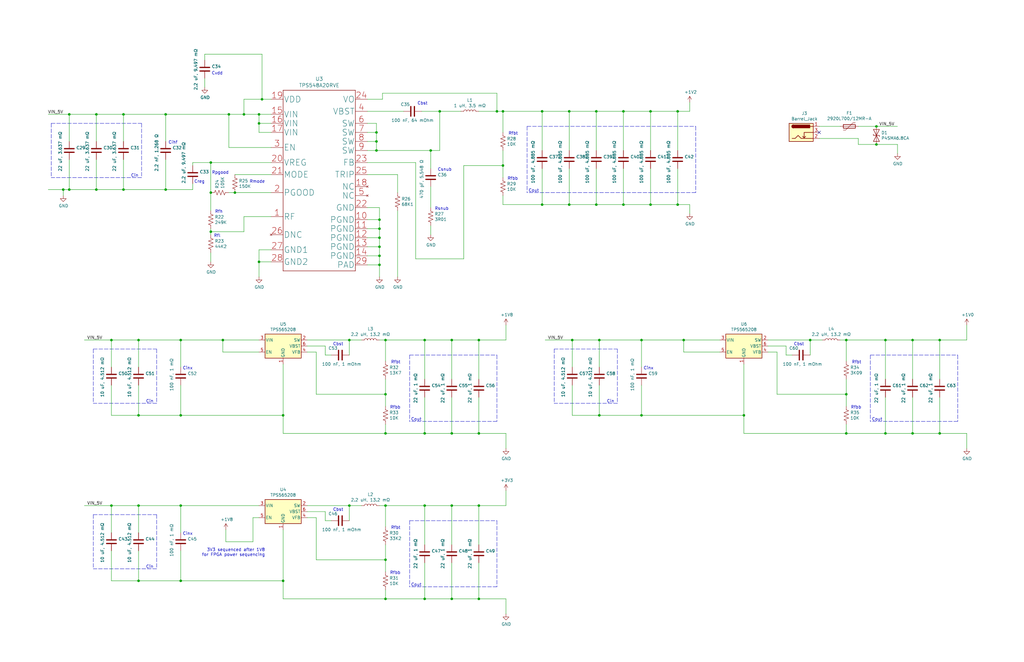
<source format=kicad_sch>
(kicad_sch (version 20200608) (host eeschema "5.99.0-unknown-1973153~101~ubuntu20.04.1")
  (page 12 12)
  (paper "B")
  (lib_symbols
    (symbol "Connector:Barrel_Jack_Switch" (pin_names (offset 0.508) hide)
      (property "Reference" "J" (at 0 5.334 0))
      (property "Value" "Barrel_Jack_Switch" (at 0 -5.08 0))
      (symbol "Barrel_Jack_Switch_0_1"
        (arc (start -3.302 3.175) (end -3.302 1.905) (radius (at -3.302 2.54) (length 0.635) (angles 90.1 -90.1)) (stroke (width 0.254)) (fill (type outline)))
        (arc (start -3.302 3.175) (end -3.302 1.905) (radius (at -3.302 2.54) (length 0.635) (angles 90.1 -90.1)) (stroke (width 0.254)))
        (rectangle (start -5.08 3.81) (end 5.08 -3.81) (stroke (width 0.254)) (fill (type background)))
        (rectangle (start 3.683 3.175) (end -3.302 1.905) (stroke (width 0.254)) (fill (type outline)))
        (polyline (pts (xy 1.27 -2.286) (xy 1.905 -1.651)) (stroke (width 0.254)))
        (polyline (pts (xy 5.08 2.54) (xy 3.81 2.54)) (stroke (width 0.254)))
        (polyline (pts (xy 5.08 0) (xy 1.27 0) (xy 1.27 -2.286) (xy 0.635 -1.651)) (stroke (width 0.254)))
        (polyline (pts (xy -3.81 -2.54) (xy -2.54 -2.54) (xy -1.27 -1.27) (xy 0 -2.54) (xy 2.54 -2.54) (xy 5.08 -2.54)) (stroke (width 0.254)))
      )
      (symbol "Barrel_Jack_Switch_1_1"
        (pin passive line (at 7.62 2.54 180) (length 2.54) (name "~") (number "1"))
        (pin passive line (at 7.62 -2.54 180) (length 2.54) (name "~") (number "2"))
        (pin passive line (at 7.62 0 180) (length 2.54) (name "~") (number "3"))
      )
    )
    (symbol "Device:C" (pin_numbers hide) (pin_names (offset 0.254))
      (property "Reference" "C" (at 0.635 2.54 0))
      (property "Value" "C" (at 0.635 -2.54 0))
      (symbol "C_0_1"
        (polyline (pts (xy -2.032 -0.762) (xy 2.032 -0.762)) (stroke (width 0.508)))
        (polyline (pts (xy -2.032 0.762) (xy 2.032 0.762)) (stroke (width 0.508)))
      )
      (symbol "C_1_1"
        (pin passive line (at 0 3.81 270) (length 2.794) (name "~") (number "1"))
        (pin passive line (at 0 -3.81 90) (length 2.794) (name "~") (number "2"))
      )
    )
    (symbol "Device:D_TVS" (pin_numbers hide) (pin_names hide)
      (property "Reference" "D" (at 0 2.54 0))
      (property "Value" "D_TVS" (at 0 -2.54 0))
      (symbol "D_TVS_0_1"
        (polyline (pts (xy 1.27 0) (xy -1.27 0)))
        (polyline (pts (xy -2.54 -1.27) (xy 0 0) (xy -2.54 1.27) (xy -2.54 -1.27)) (stroke (width 0.2032)))
        (polyline (pts (xy 0.508 1.27) (xy 0 1.27) (xy 0 -1.27) (xy -0.508 -1.27)) (stroke (width 0.2032)))
        (polyline (pts (xy 2.54 1.27) (xy 2.54 -1.27) (xy 0 0) (xy 2.54 1.27)) (stroke (width 0.2032)))
      )
      (symbol "D_TVS_1_1"
        (pin passive line (at -3.81 0 0) (length 2.54) (name "A1") (number "1"))
        (pin passive line (at 3.81 0 180) (length 2.54) (name "A2") (number "2"))
      )
    )
    (symbol "Device:L" (pin_numbers hide) (pin_names hide)
      (property "Reference" "L" (at -1.27 0 90))
      (property "Value" "L" (at 1.905 0 90))
      (symbol "L_0_1"
        (arc (start 0 -2.54) (end 0 -1.27) (radius (at 0 -1.905) (length 0.635) (angles -89.9 89.9)))
        (arc (start 0 -1.27) (end 0 0) (radius (at 0 -0.635) (length 0.635) (angles -89.9 89.9)))
        (arc (start 0 0) (end 0 1.27) (radius (at 0 0.635) (length 0.635) (angles -89.9 89.9)))
        (arc (start 0 1.27) (end 0 2.54) (radius (at 0 1.905) (length 0.635) (angles -89.9 89.9)))
      )
      (symbol "L_1_1"
        (pin passive line (at 0 3.81 270) (length 1.27) (name "1") (number "1"))
        (pin passive line (at 0 -3.81 90) (length 1.27) (name "2") (number "2"))
      )
    )
    (symbol "Device:Polyfuse" (pin_numbers hide) (pin_names (offset 0))
      (property "Reference" "F" (at -2.54 0 90))
      (property "Value" "Polyfuse" (at 2.54 0 90))
      (symbol "Polyfuse_0_1"
        (rectangle (start -0.762 2.54) (end 0.762 -2.54) (stroke (width 0.254)))
        (polyline (pts (xy 0 2.54) (xy 0 -2.54)))
        (polyline (pts (xy -1.524 2.54) (xy -1.524 1.524) (xy 1.524 -1.524) (xy 1.524 -2.54)))
      )
      (symbol "Polyfuse_1_1"
        (pin passive line (at 0 3.81 270) (length 1.27) (name "~") (number "1"))
        (pin passive line (at 0 -3.81 90) (length 1.27) (name "~") (number "2"))
      )
    )
    (symbol "Device:R_US" (pin_numbers hide) (pin_names (offset 0))
      (property "Reference" "R" (at 2.54 0 90))
      (property "Value" "R_US" (at -2.54 0 90))
      (symbol "R_US_0_1"
        (polyline (pts (xy 0 -2.286) (xy 0 -2.54)))
        (polyline (pts (xy 0 2.286) (xy 0 2.54)))
        (polyline (pts (xy 0 -0.762) (xy 1.016 -1.143) (xy 0 -1.524) (xy -1.016 -1.905) (xy 0 -2.286)))
        (polyline (pts (xy 0 0.762) (xy 1.016 0.381) (xy 0 0) (xy -1.016 -0.381) (xy 0 -0.762)))
        (polyline (pts (xy 0 2.286) (xy 1.016 1.905) (xy 0 1.524) (xy -1.016 1.143) (xy 0 0.762)))
      )
      (symbol "R_US_1_1"
        (pin passive line (at 0 3.81 270) (length 1.27) (name "~") (number "1"))
        (pin passive line (at 0 -3.81 90) (length 1.27) (name "~") (number "2"))
      )
    )
    (symbol "L1Switch:TPS548A20RVE" (pin_names (offset 0.254))
      (property "Reference" "U" (at 0 2.54 0))
      (property "Value" "TPS548A20RVE" (at 0 0 0))
      (symbol "TPS548A20RVE_0_0"
        (polyline (pts (xy -15.24 -38.1) (xy 15.24 -38.1)) (stroke (width 0.2032)))
        (polyline (pts (xy -15.24 38.1) (xy -15.24 -38.1)) (stroke (width 0.2032)))
        (polyline (pts (xy 15.24 -38.1) (xy 15.24 38.1)) (stroke (width 0.2032)))
        (polyline (pts (xy 15.24 38.1) (xy -15.24 38.1)) (stroke (width 0.2032)))
      )
      (symbol "TPS548A20RVE_1_0"
        (pin input line (at -20.32 -15.24 0) (length 5.08) (name "RF") (number "1"))
        (pin power_in line (at 20.32 -16.51 180) (length 5.08) (name "PGND") (number "10"))
        (pin power_in line (at 20.32 -20.32 180) (length 5.08) (name "PGND") (number "11"))
        (pin power_in line (at 20.32 -24.13 180) (length 5.08) (name "PGND") (number "12"))
        (pin power_in line (at 20.32 -27.94 180) (length 5.08) (name "PGND") (number "13"))
        (pin power_in line (at 20.32 -31.75 180) (length 5.08) (name "PGND") (number "14"))
        (pin power_in line (at -20.32 27.94 0) (length 5.08) (name "VIN") (number "15"))
        (pin power_in line (at -20.32 24.13 0) (length 5.08) (name "VIN") (number "16"))
        (pin power_in line (at -20.32 20.32 0) (length 5.08) (name "VIN") (number "17"))
        (pin unconnected line (at 20.32 -2.54 180) (length 5.08) (name "NC") (number "18"))
        (pin power_in line (at -20.32 34.29 0) (length 5.08) (name "VDD") (number "19"))
        (pin output line (at -20.32 -5.08 0) (length 5.08) (name "PGOOD") (number "2"))
        (pin output line (at -20.32 7.62 0) (length 5.08) (name "VREG") (number "20"))
        (pin input line (at -20.32 2.54 0) (length 5.08) (name "MODE") (number "21"))
        (pin power_in line (at 20.32 -11.43 180) (length 5.08) (name "GND") (number "22"))
        (pin input line (at 20.32 7.62 180) (length 5.08) (name "FB") (number "23"))
        (pin input line (at 20.32 34.29 180) (length 5.08) (name "VO") (number "24"))
        (pin bidirectional line (at 20.32 2.54 180) (length 5.08) (name "TRIP") (number "25"))
        (pin unconnected line (at -20.32 -22.86 0) (length 5.08) (name "DNC") (number "26"))
        (pin power_in line (at -20.32 -29.21 0) (length 5.08) (name "GND1") (number "27"))
        (pin power_in line (at -20.32 -34.29 0) (length 5.08) (name "GND2") (number "28"))
        (pin power_in line (at 20.32 -35.56 180) (length 5.08) (name "PAD") (number "29"))
        (pin input line (at -20.32 13.97 0) (length 5.08) (name "EN") (number "3"))
        (pin bidirectional line (at 20.32 29.21 180) (length 5.08) (name "VBST") (number "4"))
        (pin unconnected line (at 20.32 -6.35 180) (length 5.08) (name "NC") (number "5"))
        (pin bidirectional line (at 20.32 24.13 180) (length 5.08) (name "SW") (number "6"))
        (pin bidirectional line (at 20.32 20.32 180) (length 5.08) (name "SW") (number "7"))
        (pin bidirectional line (at 20.32 16.51 180) (length 5.08) (name "SW") (number "8"))
        (pin bidirectional line (at 20.32 12.7 180) (length 5.08) (name "SW") (number "9"))
      )
    )
    (symbol "Regulator_Switching:TPS565208" (pin_names (offset 0.254))
      (property "Reference" "U" (at -7.62 6.35 0))
      (property "Value" "TPS565208" (at -2.54 6.35 0))
      (symbol "TPS565208_0_1"
        (rectangle (start -7.62 5.08) (end 7.62 -5.08) (stroke (width 0.254)) (fill (type background)))
      )
      (symbol "TPS565208_1_1"
        (pin power_in line (at 0 -7.62 90) (length 2.54) (name "GND") (number "1"))
        (pin output line (at 10.16 2.54 180) (length 2.54) (name "SW") (number "2"))
        (pin power_in line (at -10.16 2.54 0) (length 2.54) (name "VIN") (number "3"))
        (pin input line (at 10.16 -2.54 180) (length 2.54) (name "VFB") (number "4"))
        (pin input line (at -10.16 -2.54 0) (length 2.54) (name "EN") (number "5"))
        (pin input line (at 10.16 0 180) (length 2.54) (name "VBST") (number "6"))
      )
    )
    (symbol "power:+1V0" (power) (pin_names (offset 0))
      (property "Value" "+1V0" (at 0 3.556 0))
      (symbol "+1V0_0_1"
        (polyline (pts (xy -0.762 1.27) (xy 0 2.54)))
        (polyline (pts (xy 0 0) (xy 0 2.54)))
        (polyline (pts (xy 0 2.54) (xy 0.762 1.27)))
      )
      (symbol "+1V0_1_1"
        (pin power_in line (at 0 0 90) (length 0) hide (name "+1V0") (number "1"))
      )
    )
    (symbol "power:+1V2" (power) (pin_names (offset 0))
      (property "Value" "+1V2" (at 0 3.556 0))
      (symbol "+1V2_0_1"
        (polyline (pts (xy -0.762 1.27) (xy 0 2.54)))
        (polyline (pts (xy 0 0) (xy 0 2.54)))
        (polyline (pts (xy 0 2.54) (xy 0.762 1.27)))
      )
      (symbol "+1V2_1_1"
        (pin power_in line (at 0 0 90) (length 0) hide (name "+1V2") (number "1"))
      )
    )
    (symbol "power:+1V8" (power) (pin_names (offset 0))
      (property "Value" "+1V8" (at 0 3.556 0))
      (symbol "+1V8_0_1"
        (polyline (pts (xy -0.762 1.27) (xy 0 2.54)))
        (polyline (pts (xy 0 0) (xy 0 2.54)))
        (polyline (pts (xy 0 2.54) (xy 0.762 1.27)))
      )
      (symbol "+1V8_1_1"
        (pin power_in line (at 0 0 90) (length 0) hide (name "+1V8") (number "1"))
      )
    )
    (symbol "power:+3V3" (power) (pin_names (offset 0))
      (property "Value" "+3V3" (at 0 3.556 0))
      (symbol "+3V3_0_1"
        (polyline (pts (xy -0.762 1.27) (xy 0 2.54)))
        (polyline (pts (xy 0 0) (xy 0 2.54)))
        (polyline (pts (xy 0 2.54) (xy 0.762 1.27)))
      )
      (symbol "+3V3_1_1"
        (pin power_in line (at 0 0 90) (length 0) hide (name "+3V3") (number "1"))
      )
    )
    (symbol "power:GND" (power) (pin_names (offset 0))
      (property "Value" "GND" (at 0 -3.81 0))
      (symbol "GND_0_1"
        (polyline (pts (xy 0 0) (xy 0 -1.27) (xy 1.27 -1.27) (xy 0 -2.54) (xy -1.27 -1.27) (xy 0 -1.27)))
      )
      (symbol "GND_1_1"
        (pin power_in line (at 0 0 270) (length 0) hide (name "GND") (number "1"))
      )
    )
  )
  (junction (at 26.67 80.01))
  (junction (at 29.21 48.26))
  (junction (at 29.21 80.01))
  (junction (at 40.64 48.26))
  (junction (at 40.64 80.01))
  (junction (at 46.99 143.51))
  (junction (at 46.99 213.36))
  (junction (at 52.07 48.26))
  (junction (at 52.07 80.01))
  (junction (at 58.42 143.51))
  (junction (at 58.42 175.26))
  (junction (at 58.42 213.36))
  (junction (at 58.42 245.11))
  (junction (at 69.85 48.26))
  (junction (at 69.85 80.01))
  (junction (at 76.2 143.51))
  (junction (at 76.2 175.26))
  (junction (at 76.2 213.36))
  (junction (at 76.2 245.11))
  (junction (at 88.9 68.58))
  (junction (at 88.9 81.28))
  (junction (at 88.9 97.79))
  (junction (at 93.98 143.51))
  (junction (at 96.52 48.26))
  (junction (at 99.06 81.28))
  (junction (at 102.87 48.26))
  (junction (at 109.22 48.26))
  (junction (at 109.22 52.07))
  (junction (at 109.22 110.49))
  (junction (at 110.49 41.91))
  (junction (at 119.38 175.26))
  (junction (at 119.38 245.11))
  (junction (at 147.32 143.51))
  (junction (at 147.32 213.36))
  (junction (at 158.75 55.88))
  (junction (at 158.75 59.69))
  (junction (at 158.75 63.5))
  (junction (at 160.02 92.71))
  (junction (at 160.02 96.52))
  (junction (at 160.02 100.33))
  (junction (at 160.02 104.14))
  (junction (at 160.02 107.95))
  (junction (at 160.02 111.76))
  (junction (at 162.56 143.51))
  (junction (at 162.56 166.37))
  (junction (at 162.56 182.88))
  (junction (at 162.56 213.36))
  (junction (at 162.56 236.22))
  (junction (at 162.56 252.73))
  (junction (at 179.07 143.51))
  (junction (at 179.07 182.88))
  (junction (at 179.07 213.36))
  (junction (at 179.07 252.73))
  (junction (at 181.61 63.5))
  (junction (at 185.42 46.99))
  (junction (at 190.5 143.51))
  (junction (at 190.5 182.88))
  (junction (at 190.5 213.36))
  (junction (at 190.5 252.73))
  (junction (at 201.93 143.51))
  (junction (at 201.93 182.88))
  (junction (at 201.93 213.36))
  (junction (at 201.93 252.73))
  (junction (at 209.55 46.99))
  (junction (at 212.09 46.99))
  (junction (at 212.09 69.85))
  (junction (at 228.6 46.99))
  (junction (at 228.6 86.36))
  (junction (at 240.03 46.99))
  (junction (at 240.03 86.36))
  (junction (at 241.3 143.51))
  (junction (at 251.46 46.99))
  (junction (at 251.46 86.36))
  (junction (at 252.73 143.51))
  (junction (at 252.73 175.26))
  (junction (at 262.89 46.99))
  (junction (at 262.89 86.36))
  (junction (at 270.51 143.51))
  (junction (at 270.51 175.26))
  (junction (at 274.32 46.99))
  (junction (at 274.32 86.36))
  (junction (at 285.75 46.99))
  (junction (at 285.75 86.36))
  (junction (at 288.29 143.51))
  (junction (at 313.69 175.26))
  (junction (at 341.63 143.51))
  (junction (at 356.87 143.51))
  (junction (at 356.87 166.37))
  (junction (at 356.87 182.88))
  (junction (at 369.57 53.34))
  (junction (at 369.57 60.96))
  (junction (at 373.38 143.51))
  (junction (at 373.38 182.88))
  (junction (at 384.81 143.51))
  (junction (at 384.81 182.88))
  (junction (at 396.24 143.51))
  (junction (at 396.24 182.88))
  (no_connect (at 345.44 55.88))
  (wire (pts (xy 20.32 48.26) (xy 29.21 48.26)))
  (wire (pts (xy 20.32 80.01) (xy 26.67 80.01)))
  (wire (pts (xy 26.67 80.01) (xy 26.67 82.55)))
  (wire (pts (xy 26.67 80.01) (xy 29.21 80.01)))
  (wire (pts (xy 29.21 48.26) (xy 29.21 59.69)))
  (wire (pts (xy 29.21 48.26) (xy 40.64 48.26)))
  (wire (pts (xy 29.21 67.31) (xy 29.21 80.01)))
  (wire (pts (xy 29.21 80.01) (xy 40.64 80.01)))
  (wire (pts (xy 35.56 143.51) (xy 46.99 143.51)))
  (wire (pts (xy 35.56 213.36) (xy 46.99 213.36)))
  (wire (pts (xy 40.64 48.26) (xy 40.64 59.69)))
  (wire (pts (xy 40.64 48.26) (xy 52.07 48.26)))
  (wire (pts (xy 40.64 67.31) (xy 40.64 80.01)))
  (wire (pts (xy 40.64 80.01) (xy 52.07 80.01)))
  (wire (pts (xy 46.99 143.51) (xy 46.99 154.94)))
  (wire (pts (xy 46.99 143.51) (xy 58.42 143.51)))
  (wire (pts (xy 46.99 162.56) (xy 46.99 175.26)))
  (wire (pts (xy 46.99 175.26) (xy 58.42 175.26)))
  (wire (pts (xy 46.99 213.36) (xy 46.99 224.79)))
  (wire (pts (xy 46.99 213.36) (xy 58.42 213.36)))
  (wire (pts (xy 46.99 232.41) (xy 46.99 245.11)))
  (wire (pts (xy 46.99 245.11) (xy 58.42 245.11)))
  (wire (pts (xy 52.07 48.26) (xy 52.07 59.69)))
  (wire (pts (xy 52.07 48.26) (xy 69.85 48.26)))
  (wire (pts (xy 52.07 67.31) (xy 52.07 80.01)))
  (wire (pts (xy 52.07 80.01) (xy 69.85 80.01)))
  (wire (pts (xy 58.42 143.51) (xy 58.42 154.94)))
  (wire (pts (xy 58.42 143.51) (xy 76.2 143.51)))
  (wire (pts (xy 58.42 162.56) (xy 58.42 175.26)))
  (wire (pts (xy 58.42 175.26) (xy 76.2 175.26)))
  (wire (pts (xy 58.42 213.36) (xy 58.42 224.79)))
  (wire (pts (xy 58.42 213.36) (xy 76.2 213.36)))
  (wire (pts (xy 58.42 232.41) (xy 58.42 245.11)))
  (wire (pts (xy 58.42 245.11) (xy 76.2 245.11)))
  (wire (pts (xy 69.85 48.26) (xy 69.85 59.69)))
  (wire (pts (xy 69.85 48.26) (xy 96.52 48.26)))
  (wire (pts (xy 69.85 67.31) (xy 69.85 80.01)))
  (wire (pts (xy 69.85 80.01) (xy 81.28 80.01)))
  (wire (pts (xy 76.2 143.51) (xy 76.2 154.94)))
  (wire (pts (xy 76.2 143.51) (xy 93.98 143.51)))
  (wire (pts (xy 76.2 162.56) (xy 76.2 175.26)))
  (wire (pts (xy 76.2 175.26) (xy 119.38 175.26)))
  (wire (pts (xy 76.2 213.36) (xy 76.2 224.79)))
  (wire (pts (xy 76.2 213.36) (xy 109.22 213.36)))
  (wire (pts (xy 76.2 232.41) (xy 76.2 245.11)))
  (wire (pts (xy 76.2 245.11) (xy 119.38 245.11)))
  (wire (pts (xy 81.28 68.58) (xy 81.28 69.85)))
  (wire (pts (xy 81.28 77.47) (xy 81.28 80.01)))
  (wire (pts (xy 86.36 22.86) (xy 110.49 22.86)))
  (wire (pts (xy 86.36 25.4) (xy 86.36 22.86)))
  (wire (pts (xy 86.36 33.02) (xy 86.36 36.83)))
  (wire (pts (xy 88.9 68.58) (xy 81.28 68.58)))
  (wire (pts (xy 88.9 68.58) (xy 88.9 81.28)))
  (wire (pts (xy 88.9 81.28) (xy 88.9 88.9)))
  (wire (pts (xy 88.9 96.52) (xy 88.9 97.79)))
  (wire (pts (xy 88.9 97.79) (xy 88.9 99.06)))
  (wire (pts (xy 88.9 106.68) (xy 88.9 110.49)))
  (wire (pts (xy 93.98 143.51) (xy 93.98 148.59)))
  (wire (pts (xy 93.98 143.51) (xy 109.22 143.51)))
  (wire (pts (xy 93.98 148.59) (xy 109.22 148.59)))
  (wire (pts (xy 95.25 223.52) (xy 95.25 228.6)))
  (wire (pts (xy 96.52 48.26) (xy 96.52 62.23)))
  (wire (pts (xy 96.52 48.26) (xy 102.87 48.26)))
  (wire (pts (xy 96.52 62.23) (xy 114.3 62.23)))
  (wire (pts (xy 96.52 81.28) (xy 99.06 81.28)))
  (wire (pts (xy 99.06 81.28) (xy 114.3 81.28)))
  (wire (pts (xy 102.87 41.91) (xy 102.87 48.26)))
  (wire (pts (xy 102.87 48.26) (xy 109.22 48.26)))
  (wire (pts (xy 102.87 91.44) (xy 102.87 97.79)))
  (wire (pts (xy 102.87 97.79) (xy 88.9 97.79)))
  (wire (pts (xy 106.68 218.44) (xy 106.68 228.6)))
  (wire (pts (xy 106.68 228.6) (xy 95.25 228.6)))
  (wire (pts (xy 109.22 48.26) (xy 114.3 48.26)))
  (wire (pts (xy 109.22 52.07) (xy 109.22 48.26)))
  (wire (pts (xy 109.22 52.07) (xy 114.3 52.07)))
  (wire (pts (xy 109.22 55.88) (xy 109.22 52.07)))
  (wire (pts (xy 109.22 105.41) (xy 109.22 110.49)))
  (wire (pts (xy 109.22 110.49) (xy 109.22 116.84)))
  (wire (pts (xy 109.22 110.49) (xy 114.3 110.49)))
  (wire (pts (xy 109.22 218.44) (xy 106.68 218.44)))
  (wire (pts (xy 110.49 22.86) (xy 110.49 41.91)))
  (wire (pts (xy 110.49 41.91) (xy 102.87 41.91)))
  (wire (pts (xy 114.3 41.91) (xy 110.49 41.91)))
  (wire (pts (xy 114.3 55.88) (xy 109.22 55.88)))
  (wire (pts (xy 114.3 68.58) (xy 88.9 68.58)))
  (wire (pts (xy 114.3 73.66) (xy 99.06 73.66)))
  (wire (pts (xy 114.3 91.44) (xy 102.87 91.44)))
  (wire (pts (xy 114.3 105.41) (xy 109.22 105.41)))
  (wire (pts (xy 119.38 175.26) (xy 119.38 153.67)))
  (wire (pts (xy 119.38 182.88) (xy 119.38 175.26)))
  (wire (pts (xy 119.38 245.11) (xy 119.38 223.52)))
  (wire (pts (xy 119.38 252.73) (xy 119.38 245.11)))
  (wire (pts (xy 129.54 143.51) (xy 147.32 143.51)))
  (wire (pts (xy 129.54 146.05) (xy 137.16 146.05)))
  (wire (pts (xy 129.54 213.36) (xy 147.32 213.36)))
  (wire (pts (xy 129.54 215.9) (xy 137.16 215.9)))
  (wire (pts (xy 133.35 148.59) (xy 129.54 148.59)))
  (wire (pts (xy 133.35 166.37) (xy 133.35 148.59)))
  (wire (pts (xy 133.35 218.44) (xy 129.54 218.44)))
  (wire (pts (xy 133.35 236.22) (xy 133.35 218.44)))
  (wire (pts (xy 137.16 149.86) (xy 137.16 146.05)))
  (wire (pts (xy 137.16 219.71) (xy 137.16 215.9)))
  (wire (pts (xy 139.7 149.86) (xy 137.16 149.86)))
  (wire (pts (xy 139.7 219.71) (xy 137.16 219.71)))
  (wire (pts (xy 147.32 143.51) (xy 147.32 149.86)))
  (wire (pts (xy 147.32 143.51) (xy 152.4 143.51)))
  (wire (pts (xy 147.32 213.36) (xy 147.32 219.71)))
  (wire (pts (xy 147.32 213.36) (xy 152.4 213.36)))
  (wire (pts (xy 154.94 41.91) (xy 161.29 41.91)))
  (wire (pts (xy 154.94 46.99) (xy 170.18 46.99)))
  (wire (pts (xy 154.94 52.07) (xy 158.75 52.07)))
  (wire (pts (xy 154.94 55.88) (xy 158.75 55.88)))
  (wire (pts (xy 154.94 59.69) (xy 158.75 59.69)))
  (wire (pts (xy 154.94 63.5) (xy 158.75 63.5)))
  (wire (pts (xy 154.94 68.58) (xy 175.26 68.58)))
  (wire (pts (xy 154.94 87.63) (xy 160.02 87.63)))
  (wire (pts (xy 154.94 92.71) (xy 160.02 92.71)))
  (wire (pts (xy 154.94 96.52) (xy 160.02 96.52)))
  (wire (pts (xy 154.94 100.33) (xy 160.02 100.33)))
  (wire (pts (xy 154.94 104.14) (xy 160.02 104.14)))
  (wire (pts (xy 154.94 107.95) (xy 160.02 107.95)))
  (wire (pts (xy 158.75 52.07) (xy 158.75 55.88)))
  (wire (pts (xy 158.75 55.88) (xy 158.75 59.69)))
  (wire (pts (xy 158.75 59.69) (xy 158.75 63.5)))
  (wire (pts (xy 158.75 63.5) (xy 181.61 63.5)))
  (wire (pts (xy 160.02 87.63) (xy 160.02 92.71)))
  (wire (pts (xy 160.02 92.71) (xy 160.02 96.52)))
  (wire (pts (xy 160.02 96.52) (xy 160.02 100.33)))
  (wire (pts (xy 160.02 100.33) (xy 160.02 104.14)))
  (wire (pts (xy 160.02 104.14) (xy 160.02 107.95)))
  (wire (pts (xy 160.02 107.95) (xy 160.02 111.76)))
  (wire (pts (xy 160.02 111.76) (xy 154.94 111.76)))
  (wire (pts (xy 160.02 111.76) (xy 160.02 116.84)))
  (wire (pts (xy 160.02 143.51) (xy 162.56 143.51)))
  (wire (pts (xy 160.02 213.36) (xy 162.56 213.36)))
  (wire (pts (xy 161.29 39.37) (xy 161.29 41.91)))
  (wire (pts (xy 162.56 143.51) (xy 162.56 152.4)))
  (wire (pts (xy 162.56 143.51) (xy 179.07 143.51)))
  (wire (pts (xy 162.56 160.02) (xy 162.56 166.37)))
  (wire (pts (xy 162.56 166.37) (xy 133.35 166.37)))
  (wire (pts (xy 162.56 166.37) (xy 162.56 171.45)))
  (wire (pts (xy 162.56 179.07) (xy 162.56 182.88)))
  (wire (pts (xy 162.56 182.88) (xy 119.38 182.88)))
  (wire (pts (xy 162.56 182.88) (xy 179.07 182.88)))
  (wire (pts (xy 162.56 213.36) (xy 162.56 222.25)))
  (wire (pts (xy 162.56 213.36) (xy 179.07 213.36)))
  (wire (pts (xy 162.56 229.87) (xy 162.56 236.22)))
  (wire (pts (xy 162.56 236.22) (xy 133.35 236.22)))
  (wire (pts (xy 162.56 236.22) (xy 162.56 241.3)))
  (wire (pts (xy 162.56 248.92) (xy 162.56 252.73)))
  (wire (pts (xy 162.56 252.73) (xy 119.38 252.73)))
  (wire (pts (xy 162.56 252.73) (xy 179.07 252.73)))
  (wire (pts (xy 167.64 73.66) (xy 154.94 73.66)))
  (wire (pts (xy 167.64 81.28) (xy 167.64 73.66)))
  (wire (pts (xy 167.64 88.9) (xy 167.64 116.84)))
  (wire (pts (xy 175.26 109.22) (xy 175.26 68.58)))
  (wire (pts (xy 177.8 46.99) (xy 185.42 46.99)))
  (wire (pts (xy 179.07 143.51) (xy 179.07 160.02)))
  (wire (pts (xy 179.07 143.51) (xy 190.5 143.51)))
  (wire (pts (xy 179.07 167.64) (xy 179.07 182.88)))
  (wire (pts (xy 179.07 182.88) (xy 190.5 182.88)))
  (wire (pts (xy 179.07 213.36) (xy 179.07 229.87)))
  (wire (pts (xy 179.07 213.36) (xy 190.5 213.36)))
  (wire (pts (xy 179.07 237.49) (xy 179.07 252.73)))
  (wire (pts (xy 179.07 252.73) (xy 190.5 252.73)))
  (wire (pts (xy 181.61 63.5) (xy 181.61 71.12)))
  (wire (pts (xy 181.61 63.5) (xy 185.42 63.5)))
  (wire (pts (xy 181.61 78.74) (xy 181.61 87.63)))
  (wire (pts (xy 181.61 95.25) (xy 181.61 99.06)))
  (wire (pts (xy 185.42 46.99) (xy 185.42 63.5)))
  (wire (pts (xy 185.42 46.99) (xy 194.31 46.99)))
  (wire (pts (xy 190.5 143.51) (xy 190.5 160.02)))
  (wire (pts (xy 190.5 143.51) (xy 201.93 143.51)))
  (wire (pts (xy 190.5 167.64) (xy 190.5 182.88)))
  (wire (pts (xy 190.5 182.88) (xy 201.93 182.88)))
  (wire (pts (xy 190.5 213.36) (xy 190.5 229.87)))
  (wire (pts (xy 190.5 213.36) (xy 201.93 213.36)))
  (wire (pts (xy 190.5 237.49) (xy 190.5 252.73)))
  (wire (pts (xy 190.5 252.73) (xy 201.93 252.73)))
  (wire (pts (xy 195.58 69.85) (xy 195.58 109.22)))
  (wire (pts (xy 195.58 109.22) (xy 175.26 109.22)))
  (wire (pts (xy 201.93 46.99) (xy 209.55 46.99)))
  (wire (pts (xy 201.93 143.51) (xy 201.93 160.02)))
  (wire (pts (xy 201.93 143.51) (xy 213.36 143.51)))
  (wire (pts (xy 201.93 167.64) (xy 201.93 182.88)))
  (wire (pts (xy 201.93 182.88) (xy 213.36 182.88)))
  (wire (pts (xy 201.93 213.36) (xy 201.93 229.87)))
  (wire (pts (xy 201.93 213.36) (xy 213.36 213.36)))
  (wire (pts (xy 201.93 237.49) (xy 201.93 252.73)))
  (wire (pts (xy 201.93 252.73) (xy 213.36 252.73)))
  (wire (pts (xy 209.55 39.37) (xy 161.29 39.37)))
  (wire (pts (xy 209.55 46.99) (xy 209.55 39.37)))
  (wire (pts (xy 209.55 46.99) (xy 212.09 46.99)))
  (wire (pts (xy 212.09 46.99) (xy 212.09 55.88)))
  (wire (pts (xy 212.09 46.99) (xy 228.6 46.99)))
  (wire (pts (xy 212.09 63.5) (xy 212.09 69.85)))
  (wire (pts (xy 212.09 69.85) (xy 195.58 69.85)))
  (wire (pts (xy 212.09 69.85) (xy 212.09 74.93)))
  (wire (pts (xy 212.09 82.55) (xy 212.09 86.36)))
  (wire (pts (xy 212.09 86.36) (xy 228.6 86.36)))
  (wire (pts (xy 213.36 137.16) (xy 213.36 143.51)))
  (wire (pts (xy 213.36 182.88) (xy 213.36 189.23)))
  (wire (pts (xy 213.36 207.01) (xy 213.36 213.36)))
  (wire (pts (xy 213.36 252.73) (xy 213.36 259.08)))
  (wire (pts (xy 228.6 46.99) (xy 228.6 63.5)))
  (wire (pts (xy 228.6 46.99) (xy 240.03 46.99)))
  (wire (pts (xy 228.6 71.12) (xy 228.6 86.36)))
  (wire (pts (xy 228.6 86.36) (xy 240.03 86.36)))
  (wire (pts (xy 229.87 143.51) (xy 241.3 143.51)))
  (wire (pts (xy 240.03 46.99) (xy 240.03 63.5)))
  (wire (pts (xy 240.03 46.99) (xy 251.46 46.99)))
  (wire (pts (xy 240.03 71.12) (xy 240.03 86.36)))
  (wire (pts (xy 240.03 86.36) (xy 251.46 86.36)))
  (wire (pts (xy 241.3 143.51) (xy 241.3 154.94)))
  (wire (pts (xy 241.3 143.51) (xy 252.73 143.51)))
  (wire (pts (xy 241.3 162.56) (xy 241.3 175.26)))
  (wire (pts (xy 241.3 175.26) (xy 252.73 175.26)))
  (wire (pts (xy 251.46 46.99) (xy 251.46 63.5)))
  (wire (pts (xy 251.46 46.99) (xy 262.89 46.99)))
  (wire (pts (xy 251.46 71.12) (xy 251.46 86.36)))
  (wire (pts (xy 251.46 86.36) (xy 262.89 86.36)))
  (wire (pts (xy 252.73 143.51) (xy 252.73 154.94)))
  (wire (pts (xy 252.73 143.51) (xy 270.51 143.51)))
  (wire (pts (xy 252.73 162.56) (xy 252.73 175.26)))
  (wire (pts (xy 252.73 175.26) (xy 270.51 175.26)))
  (wire (pts (xy 262.89 46.99) (xy 262.89 63.5)))
  (wire (pts (xy 262.89 46.99) (xy 274.32 46.99)))
  (wire (pts (xy 262.89 71.12) (xy 262.89 86.36)))
  (wire (pts (xy 262.89 86.36) (xy 274.32 86.36)))
  (wire (pts (xy 270.51 143.51) (xy 270.51 154.94)))
  (wire (pts (xy 270.51 143.51) (xy 288.29 143.51)))
  (wire (pts (xy 270.51 162.56) (xy 270.51 175.26)))
  (wire (pts (xy 270.51 175.26) (xy 313.69 175.26)))
  (wire (pts (xy 274.32 46.99) (xy 274.32 63.5)))
  (wire (pts (xy 274.32 46.99) (xy 285.75 46.99)))
  (wire (pts (xy 274.32 71.12) (xy 274.32 86.36)))
  (wire (pts (xy 274.32 86.36) (xy 285.75 86.36)))
  (wire (pts (xy 285.75 46.99) (xy 285.75 63.5)))
  (wire (pts (xy 285.75 46.99) (xy 290.83 46.99)))
  (wire (pts (xy 285.75 71.12) (xy 285.75 86.36)))
  (wire (pts (xy 285.75 86.36) (xy 290.83 86.36)))
  (wire (pts (xy 288.29 143.51) (xy 288.29 148.59)))
  (wire (pts (xy 288.29 143.51) (xy 303.53 143.51)))
  (wire (pts (xy 288.29 148.59) (xy 303.53 148.59)))
  (wire (pts (xy 290.83 43.18) (xy 290.83 46.99)))
  (wire (pts (xy 290.83 86.36) (xy 290.83 90.17)))
  (wire (pts (xy 313.69 175.26) (xy 313.69 153.67)))
  (wire (pts (xy 313.69 182.88) (xy 313.69 175.26)))
  (wire (pts (xy 323.85 143.51) (xy 341.63 143.51)))
  (wire (pts (xy 323.85 146.05) (xy 331.47 146.05)))
  (wire (pts (xy 327.66 148.59) (xy 323.85 148.59)))
  (wire (pts (xy 327.66 166.37) (xy 327.66 148.59)))
  (wire (pts (xy 331.47 149.86) (xy 331.47 146.05)))
  (wire (pts (xy 334.01 149.86) (xy 331.47 149.86)))
  (wire (pts (xy 341.63 143.51) (xy 341.63 149.86)))
  (wire (pts (xy 341.63 143.51) (xy 346.71 143.51)))
  (wire (pts (xy 345.44 53.34) (xy 354.33 53.34)))
  (wire (pts (xy 354.33 143.51) (xy 356.87 143.51)))
  (wire (pts (xy 356.87 143.51) (xy 356.87 152.4)))
  (wire (pts (xy 356.87 143.51) (xy 373.38 143.51)))
  (wire (pts (xy 356.87 160.02) (xy 356.87 166.37)))
  (wire (pts (xy 356.87 166.37) (xy 327.66 166.37)))
  (wire (pts (xy 356.87 166.37) (xy 356.87 171.45)))
  (wire (pts (xy 356.87 179.07) (xy 356.87 182.88)))
  (wire (pts (xy 356.87 182.88) (xy 313.69 182.88)))
  (wire (pts (xy 356.87 182.88) (xy 373.38 182.88)))
  (wire (pts (xy 361.95 53.34) (xy 369.57 53.34)))
  (wire (pts (xy 361.95 58.42) (xy 345.44 58.42)))
  (wire (pts (xy 361.95 60.96) (xy 361.95 58.42)))
  (wire (pts (xy 369.57 53.34) (xy 378.46 53.34)))
  (wire (pts (xy 369.57 60.96) (xy 361.95 60.96)))
  (wire (pts (xy 369.57 60.96) (xy 378.46 60.96)))
  (wire (pts (xy 373.38 143.51) (xy 373.38 160.02)))
  (wire (pts (xy 373.38 143.51) (xy 384.81 143.51)))
  (wire (pts (xy 373.38 167.64) (xy 373.38 182.88)))
  (wire (pts (xy 373.38 182.88) (xy 384.81 182.88)))
  (wire (pts (xy 378.46 60.96) (xy 378.46 64.77)))
  (wire (pts (xy 384.81 143.51) (xy 384.81 160.02)))
  (wire (pts (xy 384.81 143.51) (xy 396.24 143.51)))
  (wire (pts (xy 384.81 167.64) (xy 384.81 182.88)))
  (wire (pts (xy 384.81 182.88) (xy 396.24 182.88)))
  (wire (pts (xy 396.24 143.51) (xy 396.24 160.02)))
  (wire (pts (xy 396.24 143.51) (xy 407.67 143.51)))
  (wire (pts (xy 396.24 167.64) (xy 396.24 182.88)))
  (wire (pts (xy 396.24 182.88) (xy 407.67 182.88)))
  (wire (pts (xy 407.67 137.16) (xy 407.67 143.51)))
  (wire (pts (xy 407.67 182.88) (xy 407.67 189.23)))
  (polyline (pts (xy 21.59 52.07) (xy 21.59 74.93)) (stroke (width 0) (type dash)))
  (polyline (pts (xy 21.59 52.07) (xy 59.69 52.07)) (stroke (width 0) (type dash)))
  (polyline (pts (xy 39.37 147.32) (xy 39.37 170.18)) (stroke (width 0) (type dash)))
  (polyline (pts (xy 39.37 147.32) (xy 66.04 147.32)) (stroke (width 0) (type dash)))
  (polyline (pts (xy 39.37 217.17) (xy 39.37 240.03)) (stroke (width 0) (type dash)))
  (polyline (pts (xy 39.37 217.17) (xy 66.04 217.17)) (stroke (width 0) (type dash)))
  (polyline (pts (xy 59.69 52.07) (xy 59.69 74.93)) (stroke (width 0) (type dash)))
  (polyline (pts (xy 59.69 74.93) (xy 21.59 74.93)) (stroke (width 0) (type dash)))
  (polyline (pts (xy 66.04 147.32) (xy 66.04 170.18)) (stroke (width 0) (type dash)))
  (polyline (pts (xy 66.04 170.18) (xy 39.37 170.18)) (stroke (width 0) (type dash)))
  (polyline (pts (xy 66.04 217.17) (xy 66.04 240.03)) (stroke (width 0) (type dash)))
  (polyline (pts (xy 66.04 240.03) (xy 39.37 240.03)) (stroke (width 0) (type dash)))
  (polyline (pts (xy 172.72 149.86) (xy 172.72 177.8)) (stroke (width 0) (type dash)))
  (polyline (pts (xy 172.72 149.86) (xy 209.55 149.86)) (stroke (width 0) (type dash)))
  (polyline (pts (xy 172.72 219.71) (xy 172.72 247.65)) (stroke (width 0) (type dash)))
  (polyline (pts (xy 172.72 219.71) (xy 209.55 219.71)) (stroke (width 0) (type dash)))
  (polyline (pts (xy 209.55 149.86) (xy 209.55 177.8)) (stroke (width 0) (type dash)))
  (polyline (pts (xy 209.55 177.8) (xy 172.72 177.8)) (stroke (width 0) (type dash)))
  (polyline (pts (xy 209.55 219.71) (xy 209.55 247.65)) (stroke (width 0) (type dash)))
  (polyline (pts (xy 209.55 247.65) (xy 172.72 247.65)) (stroke (width 0) (type dash)))
  (polyline (pts (xy 222.25 53.34) (xy 222.25 81.28)) (stroke (width 0) (type dash)))
  (polyline (pts (xy 222.25 53.34) (xy 293.37 53.34)) (stroke (width 0) (type dash)))
  (polyline (pts (xy 233.68 147.32) (xy 233.68 170.18)) (stroke (width 0) (type dash)))
  (polyline (pts (xy 233.68 147.32) (xy 260.35 147.32)) (stroke (width 0) (type dash)))
  (polyline (pts (xy 260.35 147.32) (xy 260.35 170.18)) (stroke (width 0) (type dash)))
  (polyline (pts (xy 260.35 170.18) (xy 233.68 170.18)) (stroke (width 0) (type dash)))
  (polyline (pts (xy 293.37 53.34) (xy 293.37 81.28)) (stroke (width 0) (type dash)))
  (polyline (pts (xy 293.37 81.28) (xy 222.25 81.28)) (stroke (width 0) (type dash)))
  (polyline (pts (xy 367.03 149.86) (xy 367.03 177.8)) (stroke (width 0) (type dash)))
  (polyline (pts (xy 367.03 149.86) (xy 403.86 149.86)) (stroke (width 0) (type dash)))
  (polyline (pts (xy 403.86 149.86) (xy 403.86 177.8)) (stroke (width 0) (type dash)))
  (polyline (pts (xy 403.86 177.8) (xy 367.03 177.8)) (stroke (width 0) (type dash)))
  (text "Cin" (at 58.42 74.93 180) (effects (font (size 1.27 1.27)) (justify right bottom)))
  (text "Cin" (at 64.77 170.18 180) (effects (font (size 1.27 1.27)) (justify right bottom)))
  (text "Cin" (at 64.77 240.03 180) (effects (font (size 1.27 1.27)) (justify right bottom)))
  (text "Cihf" (at 74.93 60.96 180) (effects (font (size 1.27 1.27)) (justify right bottom)))
  (text "Cinx" (at 81.28 156.21 180) (effects (font (size 1.27 1.27)) (justify right bottom)))
  (text "Cinx" (at 81.28 226.06 180) (effects (font (size 1.27 1.27)) (justify right bottom)))
  (text "Creg" (at 86.36 77.47 180) (effects (font (size 1.27 1.27)) (justify right bottom)))
  (text "Rfl" (at 90.17 100.33 0) (effects (font (size 1.27 1.27)) (justify left bottom)))
  (text "Cvdd" (at 93.98 31.75 180) (effects (font (size 1.27 1.27)) (justify right bottom)))
  (text "Rfh" (at 93.98 90.17 180) (effects (font (size 1.27 1.27)) (justify right bottom)))
  (text "Rpgood" (at 96.52 73.66 180) (effects (font (size 1.27 1.27)) (justify right bottom)))
  (text "Rmode" (at 111.76 77.47 180) (effects (font (size 1.27 1.27)) (justify right bottom)))
  (text "3V3 sequenced after 1V8\nfor FPGA power sequencing" (at 111.76 234.95 180) (effects (font (size 1.27 1.27)) (justify right bottom)))
  (text "Cbst" (at 144.78 146.05 180) (effects (font (size 1.27 1.27)) (justify right bottom)))
  (text "Cbst" (at 144.78 215.9 180) (effects (font (size 1.27 1.27)) (justify right bottom)))
  (text "Rfbt" (at 168.91 153.67 180) (effects (font (size 1.27 1.27)) (justify right bottom)))
  (text "Rfbb" (at 168.91 172.72 180) (effects (font (size 1.27 1.27)) (justify right bottom)))
  (text "Rfbt" (at 168.91 223.52 180) (effects (font (size 1.27 1.27)) (justify right bottom)))
  (text "Rfbb" (at 168.91 242.57 180) (effects (font (size 1.27 1.27)) (justify right bottom)))
  (text "Cout" (at 177.8 177.8 180) (effects (font (size 1.27 1.27)) (justify right bottom)))
  (text "Cout" (at 177.8 247.65 180) (effects (font (size 1.27 1.27)) (justify right bottom)))
  (text "Cbst" (at 180.34 44.45 180) (effects (font (size 1.27 1.27)) (justify right bottom)))
  (text "Rsnub" (at 189.23 88.9 180) (effects (font (size 1.27 1.27)) (justify right bottom)))
  (text "Csnub" (at 190.5 72.39 180) (effects (font (size 1.27 1.27)) (justify right bottom)))
  (text "Rfbt" (at 218.44 57.15 180) (effects (font (size 1.27 1.27)) (justify right bottom)))
  (text "Rfbb" (at 218.44 76.2 180) (effects (font (size 1.27 1.27)) (justify right bottom)))
  (text "Cout" (at 227.33 81.28 180) (effects (font (size 1.27 1.27)) (justify right bottom)))
  (text "Cin" (at 259.08 170.18 180) (effects (font (size 1.27 1.27)) (justify right bottom)))
  (text "Cinx" (at 275.59 156.21 180) (effects (font (size 1.27 1.27)) (justify right bottom)))
  (text "Cbst" (at 339.09 146.05 180) (effects (font (size 1.27 1.27)) (justify right bottom)))
  (text "Rfbt" (at 363.22 153.67 180) (effects (font (size 1.27 1.27)) (justify right bottom)))
  (text "Rfbb" (at 363.22 172.72 180) (effects (font (size 1.27 1.27)) (justify right bottom)))
  (text "Cout" (at 372.11 177.8 180) (effects (font (size 1.27 1.27)) (justify right bottom)))
  (label "VIN_5V" (at 26.67 48.26 180))
  (label "VIN_5V" (at 43.18 143.51 180))
  (label "VIN_5V" (at 43.18 213.36 180))
  (label "VIN_5V" (at 237.49 143.51 180))
  (label "VIN_5V" (at 377.19 53.34 180))
  (symbol (lib_id "power:+1V8") (at 95.25 223.52 0) (unit 1)
    (property "Reference" "#PWR0145" (effects hide))
    (property "Value" "+1V8" (at 95.631 219.202 0))
  )
  (symbol (lib_id "power:+1V8") (at 213.36 137.16 0) (unit 1)
    (property "Reference" "#PWR03" (effects hide))
    (property "Value" "+1V8" (at 213.741 132.842 0))
  )
  (symbol (lib_id "power:+3V3") (at 213.36 207.01 0) (unit 1)
    (property "Reference" "#PWR0141" (effects hide))
    (property "Value" "+3V3" (at 213.741 202.692 0))
  )
  (symbol (lib_id "power:+1V2") (at 290.83 43.18 0) (unit 1)
    (property "Reference" "#PWR0138" (effects hide))
    (property "Value" "+1V2" (at 291.211 38.862 0))
  )
  (symbol (lib_id "power:+1V0") (at 407.67 137.16 0) (unit 1)
    (property "Reference" "#PWR0144" (effects hide))
    (property "Value" "+1V0" (at 408.051 132.842 0))
  )
  (symbol (lib_id "Device:L") (at 156.21 143.51 90) (unit 1)
    (property "Reference" "L3" (at 156.21 138.7856 90))
    (property "Value" "2.2 uH, 13.2 mΩ" (at 156.21 141.097 90))
    (property "Footprint" "L1Switch:XAL5030" (effects hide))
  )
  (symbol (lib_id "Device:L") (at 156.21 213.36 90) (unit 1)
    (property "Reference" "L2" (at 156.21 208.6356 90))
    (property "Value" "2.2 uH, 13.2 mΩ" (at 156.21 210.947 90))
    (property "Footprint" "L1Switch:XAL5030" (effects hide))
  )
  (symbol (lib_id "Device:L") (at 198.12 46.99 90) (unit 1)
    (property "Reference" "L1" (at 198.12 42.2656 90))
    (property "Value" "1 uH, 3.5 mΩ" (at 198.12 44.577 90))
    (property "Footprint" "L1Switch:INDPM110100X400N" (effects hide))
  )
  (symbol (lib_id "Device:L") (at 350.52 143.51 90) (unit 1)
    (property "Reference" "L4" (at 350.52 138.7856 90))
    (property "Value" "2.2 uH, 13.2 mΩ" (at 350.52 141.097 90))
    (property "Footprint" "L1Switch:XAL5030" (effects hide))
  )
  (symbol (lib_id "power:GND") (at 26.67 82.55 0) (unit 1)
    (property "Reference" "#PWR0134" (effects hide))
    (property "Value" "GND" (at 26.797 86.868 0))
  )
  (symbol (lib_id "power:GND") (at 86.36 36.83 0) (unit 1)
    (property "Reference" "#PWR0135" (effects hide))
    (property "Value" "GND" (at 86.487 41.148 0))
  )
  (symbol (lib_id "power:GND") (at 88.9 110.49 0) (unit 1)
    (property "Reference" "#PWR0137" (effects hide))
    (property "Value" "GND" (at 89.027 114.808 0))
  )
  (symbol (lib_id "power:GND") (at 109.22 116.84 0) (unit 1)
    (property "Reference" "#PWR0136" (effects hide))
    (property "Value" "GND" (at 109.347 121.158 0))
  )
  (symbol (lib_id "power:GND") (at 160.02 116.84 0) (unit 1)
    (property "Reference" "#PWR0132" (effects hide))
    (property "Value" "GND" (at 160.147 121.158 0))
  )
  (symbol (lib_id "power:GND") (at 167.64 116.84 0) (unit 1)
    (property "Reference" "#PWR0131" (effects hide))
    (property "Value" "GND" (at 167.767 121.158 0))
  )
  (symbol (lib_id "power:GND") (at 181.61 99.06 0) (unit 1)
    (property "Reference" "#PWR0133" (effects hide))
    (property "Value" "GND" (at 181.737 103.378 0))
  )
  (symbol (lib_id "power:GND") (at 213.36 189.23 0) (unit 1)
    (property "Reference" "#PWR04" (effects hide))
    (property "Value" "GND" (at 213.487 193.548 0))
  )
  (symbol (lib_id "power:GND") (at 213.36 259.08 0) (unit 1)
    (property "Reference" "#PWR0140" (effects hide))
    (property "Value" "GND" (at 213.487 263.398 0))
  )
  (symbol (lib_id "power:GND") (at 290.83 90.17 0) (unit 1)
    (property "Reference" "#PWR0139" (effects hide))
    (property "Value" "GND" (at 290.957 94.488 0))
  )
  (symbol (lib_id "power:GND") (at 378.46 64.77 0) (unit 1)
    (property "Reference" "#PWR0142" (effects hide))
    (property "Value" "GND" (at 378.587 69.088 0))
  )
  (symbol (lib_id "power:GND") (at 407.67 189.23 0) (unit 1)
    (property "Reference" "#PWR0143" (effects hide))
    (property "Value" "GND" (at 407.797 193.548 0))
  )
  (symbol (lib_id "Device:R_US") (at 88.9 92.71 0) (unit 1)
    (property "Reference" "R22" (at 90.551 91.567 0) (effects (justify left)))
    (property "Value" "249K" (at 90.551 93.853 0) (effects (justify left)))
    (property "Footprint" "Resistor_SMD:R_0402_1005Metric" (effects hide))
  )
  (symbol (lib_id "Device:R_US") (at 88.9 102.87 0) (unit 1)
    (property "Reference" "R23" (at 90.551 101.727 0) (effects (justify left)))
    (property "Value" "44K2" (at 90.551 104.013 0) (effects (justify left)))
    (property "Footprint" "Resistor_SMD:R_0402_1005Metric" (effects hide))
  )
  (symbol (lib_id "Device:R_US") (at 92.71 81.28 90) (unit 1)
    (property "Reference" "R24" (at 91.567 79.629 0) (effects (justify left)))
    (property "Value" "105K" (at 93.853 79.629 0) (effects (justify left)))
    (property "Footprint" "Resistor_SMD:R_0402_1005Metric" (effects hide))
  )
  (symbol (lib_id "Device:R_US") (at 99.06 77.47 0) (unit 1)
    (property "Reference" "R25" (at 100.711 76.327 0) (effects (justify left)))
    (property "Value" "150K" (at 100.711 78.613 0) (effects (justify left)))
    (property "Footprint" "Resistor_SMD:R_0402_1005Metric" (effects hide))
  )
  (symbol (lib_id "Device:R_US") (at 162.56 156.21 0) (unit 1)
    (property "Reference" "R32" (at 164.211 155.067 0) (effects (justify left)))
    (property "Value" "13K7" (at 164.211 157.353 0) (effects (justify left)))
    (property "Footprint" "Resistor_SMD:R_0402_1005Metric" (effects hide))
  )
  (symbol (lib_id "Device:R_US") (at 162.56 175.26 0) (unit 1)
    (property "Reference" "R33" (at 164.211 174.117 0) (effects (justify left)))
    (property "Value" "10K" (at 164.211 176.403 0) (effects (justify left)))
    (property "Footprint" "Resistor_SMD:R_0402_1005Metric" (effects hide))
  )
  (symbol (lib_id "Device:R_US") (at 162.56 226.06 0) (unit 1)
    (property "Reference" "R30" (at 164.211 224.917 0) (effects (justify left)))
    (property "Value" "33K2" (at 164.211 227.203 0) (effects (justify left)))
    (property "Footprint" "Resistor_SMD:R_0402_1005Metric" (effects hide))
  )
  (symbol (lib_id "Device:R_US") (at 162.56 245.11 0) (unit 1)
    (property "Reference" "R31" (at 164.211 243.967 0) (effects (justify left)))
    (property "Value" "10K" (at 164.211 246.253 0) (effects (justify left)))
    (property "Footprint" "Resistor_SMD:R_0402_1005Metric" (effects hide))
  )
  (symbol (lib_id "Device:R_US") (at 167.64 85.09 0) (unit 1)
    (property "Reference" "R26" (at 169.291 83.947 0) (effects (justify left)))
    (property "Value" "68K1" (at 169.291 86.233 0) (effects (justify left)))
    (property "Footprint" "Resistor_SMD:R_0402_1005Metric" (effects hide))
  )
  (symbol (lib_id "Device:R_US") (at 181.61 91.44 0) (unit 1)
    (property "Reference" "R27" (at 183.261 90.297 0) (effects (justify left)))
    (property "Value" "3R01" (at 183.261 92.583 0) (effects (justify left)))
    (property "Footprint" "Resistor_SMD:R_0402_1005Metric" (effects hide))
  )
  (symbol (lib_id "Device:R_US") (at 212.09 59.69 0) (unit 1)
    (property "Reference" "R28" (at 213.741 58.547 0) (effects (justify left)))
    (property "Value" "10K" (at 213.741 60.833 0) (effects (justify left)))
    (property "Footprint" "Resistor_SMD:R_0402_1005Metric" (effects hide))
  )
  (symbol (lib_id "Device:R_US") (at 212.09 78.74 0) (unit 1)
    (property "Reference" "R29" (at 213.741 77.597 0) (effects (justify left)))
    (property "Value" "10K" (at 213.741 79.883 0) (effects (justify left)))
    (property "Footprint" "Resistor_SMD:R_0402_1005Metric" (effects hide))
  )
  (symbol (lib_id "Device:R_US") (at 356.87 156.21 0) (unit 1)
    (property "Reference" "R34" (at 358.521 155.067 0) (effects (justify left)))
    (property "Value" "3K09" (at 358.521 157.353 0) (effects (justify left)))
    (property "Footprint" "Resistor_SMD:R_0402_1005Metric" (effects hide))
  )
  (symbol (lib_id "Device:R_US") (at 356.87 175.26 0) (unit 1)
    (property "Reference" "R35" (at 358.521 174.117 0) (effects (justify left)))
    (property "Value" "10K" (at 358.521 176.403 0) (effects (justify left)))
    (property "Footprint" "Resistor_SMD:R_0402_1005Metric" (effects hide))
  )
  (symbol (lib_id "Device:D_TVS") (at 369.57 57.15 90) (unit 1)
    (property "Reference" "D1" (at 371.5766 56.007 90) (effects (justify right)))
    (property "Value" "P4SMA6.8CA" (at 371.5766 58.293 90) (effects (justify right)))
    (property "Footprint" "Diode_SMD:D_SMA" (effects hide))
  )
  (symbol (lib_id "Device:Polyfuse") (at 358.14 53.34 90) (unit 1)
    (property "Reference" "F1" (at 358.14 47.7266 90))
    (property "Value" "2920L700/12MR-A" (at 358.14 50.038 90))
    (property "Footprint" "Fuse:Fuse_2920_7451Metric" (effects hide))
  )
  (symbol (lib_id "Device:C") (at 29.21 63.5 0) (unit 1)
    (property "Reference" "C29" (at 32.131 62.357 0) (effects (justify left)))
    (property "Value" "22 uF, 3.637 mΩ" (at 25.4 72.39 90) (effects (justify left)))
    (property "Footprint" "Capacitor_SMD:C_1206_3216Metric" (effects hide))
  )
  (symbol (lib_id "Device:C") (at 40.64 63.5 0) (unit 1)
    (property "Reference" "C30" (at 43.561 62.357 0) (effects (justify left)))
    (property "Value" "22 uF, 3.637 mΩ" (at 36.83 72.39 90) (effects (justify left)))
    (property "Footprint" "Capacitor_SMD:C_1206_3216Metric" (effects hide))
  )
  (symbol (lib_id "Device:C") (at 46.99 158.75 0) (unit 1)
    (property "Reference" "C50" (at 49.911 157.607 0) (effects (justify left)))
    (property "Value" "10 uF, 4.512 mΩ" (at 43.18 167.64 90) (effects (justify left)))
    (property "Footprint" "Capacitor_SMD:C_1206_3216Metric" (effects hide))
  )
  (symbol (lib_id "Device:C") (at 46.99 228.6 0) (unit 1)
    (property "Reference" "C43" (at 49.911 227.457 0) (effects (justify left)))
    (property "Value" "10 uF, 4.512 mΩ" (at 43.18 237.49 90) (effects (justify left)))
    (property "Footprint" "Capacitor_SMD:C_1206_3216Metric" (effects hide))
  )
  (symbol (lib_id "Device:C") (at 52.07 63.5 0) (unit 1)
    (property "Reference" "C31" (at 54.991 62.357 0) (effects (justify left)))
    (property "Value" "22 uF, 3.637 mΩ" (at 48.26 72.39 90) (effects (justify left)))
    (property "Footprint" "Capacitor_SMD:C_1206_3216Metric" (effects hide))
  )
  (symbol (lib_id "Device:C") (at 58.42 158.75 0) (unit 1)
    (property "Reference" "C51" (at 61.341 157.607 0) (effects (justify left)))
    (property "Value" "10 uF, 4.512 mΩ" (at 54.61 167.64 90) (effects (justify left)))
    (property "Footprint" "Capacitor_SMD:C_1206_3216Metric" (effects hide))
  )
  (symbol (lib_id "Device:C") (at 58.42 228.6 0) (unit 1)
    (property "Reference" "C44" (at 61.341 227.457 0) (effects (justify left)))
    (property "Value" "10 uF, 4.512 mΩ" (at 54.61 237.49 90) (effects (justify left)))
    (property "Footprint" "Capacitor_SMD:C_1206_3216Metric" (effects hide))
  )
  (symbol (lib_id "Device:C") (at 69.85 63.5 0) (unit 1)
    (property "Reference" "C32" (at 72.771 62.357 0) (effects (justify left)))
    (property "Value" "2.2 nF, 1.268 Ω" (at 66.04 72.39 90) (effects (justify left)))
    (property "Footprint" "Capacitor_SMD:C_0402_1005Metric" (effects hide))
  )
  (symbol (lib_id "Device:C") (at 76.2 158.75 0) (unit 1)
    (property "Reference" "C52" (at 79.121 157.607 0) (effects (justify left)))
    (property "Value" "100 nF, 1 mΩ" (at 72.39 165.1 90) (effects (justify left)))
    (property "Footprint" "Capacitor_SMD:C_0402_1005Metric" (effects hide))
  )
  (symbol (lib_id "Device:C") (at 76.2 228.6 0) (unit 1)
    (property "Reference" "C45" (at 79.121 227.457 0) (effects (justify left)))
    (property "Value" "100 nF, 1 mΩ" (at 72.39 234.95 90) (effects (justify left)))
    (property "Footprint" "Capacitor_SMD:C_0402_1005Metric" (effects hide))
  )
  (symbol (lib_id "Device:C") (at 81.28 73.66 0) (unit 1)
    (property "Reference" "C33" (at 84.201 72.517 0) (effects (justify left)))
    (property "Value" "2.2 uF, 9.497 mΩ" (at 77.47 77.47 90) (effects (justify left)))
    (property "Footprint" "Capacitor_SMD:C_0805_2012Metric" (effects hide))
  )
  (symbol (lib_id "Device:C") (at 86.36 29.21 0) (unit 1)
    (property "Reference" "C34" (at 89.281 28.067 0) (effects (justify left)))
    (property "Value" "2.2 uF, 9.497 mΩ" (at 82.55 38.1 90) (effects (justify left)))
    (property "Footprint" "Capacitor_SMD:C_0805_2012Metric" (effects hide))
  )
  (symbol (lib_id "Device:C") (at 143.51 149.86 90) (unit 1)
    (property "Reference" "C53" (at 142.367 146.939 90) (effects (justify left)))
    (property "Value" "100 nF, 1 mOhm" (at 152.4 153.67 90) (effects (justify left)))
    (property "Footprint" "Capacitor_SMD:C_0603_1608Metric" (effects hide))
  )
  (symbol (lib_id "Device:C") (at 143.51 219.71 90) (unit 1)
    (property "Reference" "C46" (at 142.367 216.789 90) (effects (justify left)))
    (property "Value" "100 nF, 1 mOhm" (at 152.4 223.52 90) (effects (justify left)))
    (property "Footprint" "Capacitor_SMD:C_0603_1608Metric" (effects hide))
  )
  (symbol (lib_id "Device:C") (at 173.99 46.99 90) (unit 1)
    (property "Reference" "C35" (at 172.847 44.069 90) (effects (justify left)))
    (property "Value" "100 nF, 64 mOhm" (at 182.88 50.8 90) (effects (justify left)))
    (property "Footprint" "Capacitor_SMD:C_0805_2012Metric" (effects hide))
  )
  (symbol (lib_id "Device:C") (at 179.07 163.83 0) (unit 1)
    (property "Reference" "C54" (at 181.991 162.687 0) (effects (justify left)))
    (property "Value" "22 uF, 1 mΩ" (at 175.26 170.18 90) (effects (justify left)))
    (property "Footprint" "Capacitor_SMD:C_0603_1608Metric" (effects hide))
  )
  (symbol (lib_id "Device:C") (at 179.07 233.68 0) (unit 1)
    (property "Reference" "C47" (at 181.991 232.537 0) (effects (justify left)))
    (property "Value" "22 uF, 1 mΩ" (at 175.26 240.03 90) (effects (justify left)))
    (property "Footprint" "Capacitor_SMD:C_0603_1608Metric" (effects hide))
  )
  (symbol (lib_id "Device:C") (at 181.61 74.93 0) (unit 1)
    (property "Reference" "C36" (at 184.531 73.787 0) (effects (justify left)))
    (property "Value" "470 pF, 5.548 Ω" (at 177.8 83.82 90) (effects (justify left)))
    (property "Footprint" "Capacitor_SMD:C_0402_1005Metric" (effects hide))
  )
  (symbol (lib_id "Device:C") (at 190.5 163.83 0) (unit 1)
    (property "Reference" "C55" (at 193.421 162.687 0) (effects (justify left)))
    (property "Value" "22 uF, 1 mΩ" (at 186.69 170.18 90) (effects (justify left)))
    (property "Footprint" "Capacitor_SMD:C_0603_1608Metric" (effects hide))
  )
  (symbol (lib_id "Device:C") (at 190.5 233.68 0) (unit 1)
    (property "Reference" "C48" (at 193.421 232.537 0) (effects (justify left)))
    (property "Value" "22 uF, 1 mΩ" (at 186.69 240.03 90) (effects (justify left)))
    (property "Footprint" "Capacitor_SMD:C_0603_1608Metric" (effects hide))
  )
  (symbol (lib_id "Device:C") (at 201.93 163.83 0) (unit 1)
    (property "Reference" "C56" (at 204.851 162.687 0) (effects (justify left)))
    (property "Value" "22 uF, 1 mΩ" (at 198.12 170.18 90) (effects (justify left)))
    (property "Footprint" "Capacitor_SMD:C_0603_1608Metric" (effects hide))
  )
  (symbol (lib_id "Device:C") (at 201.93 233.68 0) (unit 1)
    (property "Reference" "C49" (at 204.851 232.537 0) (effects (justify left)))
    (property "Value" "22 uF, 1 mΩ" (at 198.12 240.03 90) (effects (justify left)))
    (property "Footprint" "Capacitor_SMD:C_0603_1608Metric" (effects hide))
  )
  (symbol (lib_id "Device:C") (at 228.6 67.31 0) (unit 1)
    (property "Reference" "C37" (at 231.521 66.167 0) (effects (justify left)))
    (property "Value" "100 uF, 4.885 mΩ" (at 224.79 77.47 90) (effects (justify left)))
    (property "Footprint" "Capacitor_SMD:C_1206_3216Metric" (effects hide))
  )
  (symbol (lib_id "Device:C") (at 240.03 67.31 0) (unit 1)
    (property "Reference" "C38" (at 242.951 66.167 0) (effects (justify left)))
    (property "Value" "100 uF, 4.885 mΩ" (at 236.22 77.47 90) (effects (justify left)))
    (property "Footprint" "Capacitor_SMD:C_1206_3216Metric" (effects hide))
  )
  (symbol (lib_id "Device:C") (at 241.3 158.75 0) (unit 1)
    (property "Reference" "C57" (at 244.221 157.607 0) (effects (justify left)))
    (property "Value" "10 uF, 4.512 mΩ" (at 237.49 167.64 90) (effects (justify left)))
    (property "Footprint" "Capacitor_SMD:C_1206_3216Metric" (effects hide))
  )
  (symbol (lib_id "Device:C") (at 251.46 67.31 0) (unit 1)
    (property "Reference" "C39" (at 254.381 66.167 0) (effects (justify left)))
    (property "Value" "100 uF, 4.885 mΩ" (at 247.65 77.47 90) (effects (justify left)))
    (property "Footprint" "Capacitor_SMD:C_1206_3216Metric" (effects hide))
  )
  (symbol (lib_id "Device:C") (at 252.73 158.75 0) (unit 1)
    (property "Reference" "C58" (at 255.651 157.607 0) (effects (justify left)))
    (property "Value" "10 uF, 4.512 mΩ" (at 248.92 167.64 90) (effects (justify left)))
    (property "Footprint" "Capacitor_SMD:C_1206_3216Metric" (effects hide))
  )
  (symbol (lib_id "Device:C") (at 262.89 67.31 0) (unit 1)
    (property "Reference" "C40" (at 265.811 66.167 0) (effects (justify left)))
    (property "Value" "100 uF, 4.885 mΩ" (at 259.08 77.47 90) (effects (justify left)))
    (property "Footprint" "Capacitor_SMD:C_1206_3216Metric" (effects hide))
  )
  (symbol (lib_id "Device:C") (at 270.51 158.75 0) (unit 1)
    (property "Reference" "C59" (at 273.431 157.607 0) (effects (justify left)))
    (property "Value" "100 nF, 1 mΩ" (at 266.7 165.1 90) (effects (justify left)))
    (property "Footprint" "Capacitor_SMD:C_0402_1005Metric" (effects hide))
  )
  (symbol (lib_id "Device:C") (at 274.32 67.31 0) (unit 1)
    (property "Reference" "C41" (at 277.241 66.167 0) (effects (justify left)))
    (property "Value" "100 uF, 4.885 mΩ" (at 270.51 77.47 90) (effects (justify left)))
    (property "Footprint" "Capacitor_SMD:C_1206_3216Metric" (effects hide))
  )
  (symbol (lib_id "Device:C") (at 285.75 67.31 0) (unit 1)
    (property "Reference" "C42" (at 288.671 66.167 0) (effects (justify left)))
    (property "Value" "100 uF, 4.885 mΩ" (at 281.94 77.47 90) (effects (justify left)))
    (property "Footprint" "Capacitor_SMD:C_1206_3216Metric" (effects hide))
  )
  (symbol (lib_id "Device:C") (at 337.82 149.86 90) (unit 1)
    (property "Reference" "C60" (at 336.677 146.939 90) (effects (justify left)))
    (property "Value" "100 nF, 1 mOhm" (at 346.71 153.67 90) (effects (justify left)))
    (property "Footprint" "Capacitor_SMD:C_0603_1608Metric" (effects hide))
  )
  (symbol (lib_id "Device:C") (at 373.38 163.83 0) (unit 1)
    (property "Reference" "C61" (at 376.301 162.687 0) (effects (justify left)))
    (property "Value" "22 uF, 1 mΩ" (at 369.57 170.18 90) (effects (justify left)))
    (property "Footprint" "Capacitor_SMD:C_0603_1608Metric" (effects hide))
  )
  (symbol (lib_id "Device:C") (at 384.81 163.83 0) (unit 1)
    (property "Reference" "C62" (at 387.731 162.687 0) (effects (justify left)))
    (property "Value" "22 uF, 1 mΩ" (at 381 170.18 90) (effects (justify left)))
    (property "Footprint" "Capacitor_SMD:C_0603_1608Metric" (effects hide))
  )
  (symbol (lib_id "Device:C") (at 396.24 163.83 0) (unit 1)
    (property "Reference" "C63" (at 399.161 162.687 0) (effects (justify left)))
    (property "Value" "22 uF, 1 mΩ" (at 392.43 170.18 90) (effects (justify left)))
    (property "Footprint" "Capacitor_SMD:C_0603_1608Metric" (effects hide))
  )
  (symbol (lib_id "Connector:Barrel_Jack_Switch") (at 337.82 55.88 0) (unit 1)
    (property "Reference" "J3" (at 339.217 47.8536 0))
    (property "Value" "Barrel_Jack" (at 339.217 50.165 0))
    (property "Footprint" "L1Switch:MJ-179PH" (effects hide))
  )
  (symbol (lib_id "Regulator_Switching:TPS565208") (at 119.38 146.05 0) (unit 1)
    (property "Reference" "U5" (at 119.38 136.7536 0))
    (property "Value" "TPS565208" (at 119.38 139.065 0))
    (property "Footprint" "Package_TO_SOT_SMD:SOT-23-6" (effects hide))
    (property "Datasheet" "http://www.ti.com/lit/ds/symlink/tps565208.pdf" (effects hide))
  )
  (symbol (lib_id "Regulator_Switching:TPS565208") (at 119.38 215.9 0) (unit 1)
    (property "Reference" "U4" (at 119.38 206.6036 0))
    (property "Value" "TPS565208" (at 119.38 208.915 0))
    (property "Footprint" "Package_TO_SOT_SMD:SOT-23-6" (effects hide))
    (property "Datasheet" "http://www.ti.com/lit/ds/symlink/tps565208.pdf" (effects hide))
  )
  (symbol (lib_id "Regulator_Switching:TPS565208") (at 313.69 146.05 0) (unit 1)
    (property "Reference" "U6" (at 313.69 136.7536 0))
    (property "Value" "TPS565208" (at 313.69 139.065 0))
    (property "Footprint" "Package_TO_SOT_SMD:SOT-23-6" (effects hide))
    (property "Datasheet" "http://www.ti.com/lit/ds/symlink/tps565208.pdf" (effects hide))
  )
  (symbol (lib_id "L1Switch:TPS548A20RVE") (at 134.62 76.2 0) (unit 1)
    (property "Reference" "U3" (at 134.62 33.2994 0) (effects (font (size 1.524 1.524))))
    (property "Value" "TPS548A20RVE" (at 134.62 36.0172 0) (effects (font (size 1.524 1.524))))
    (property "Footprint" "L1Switch:TPS548A20RVER" (effects hide))
  )
)
</source>
